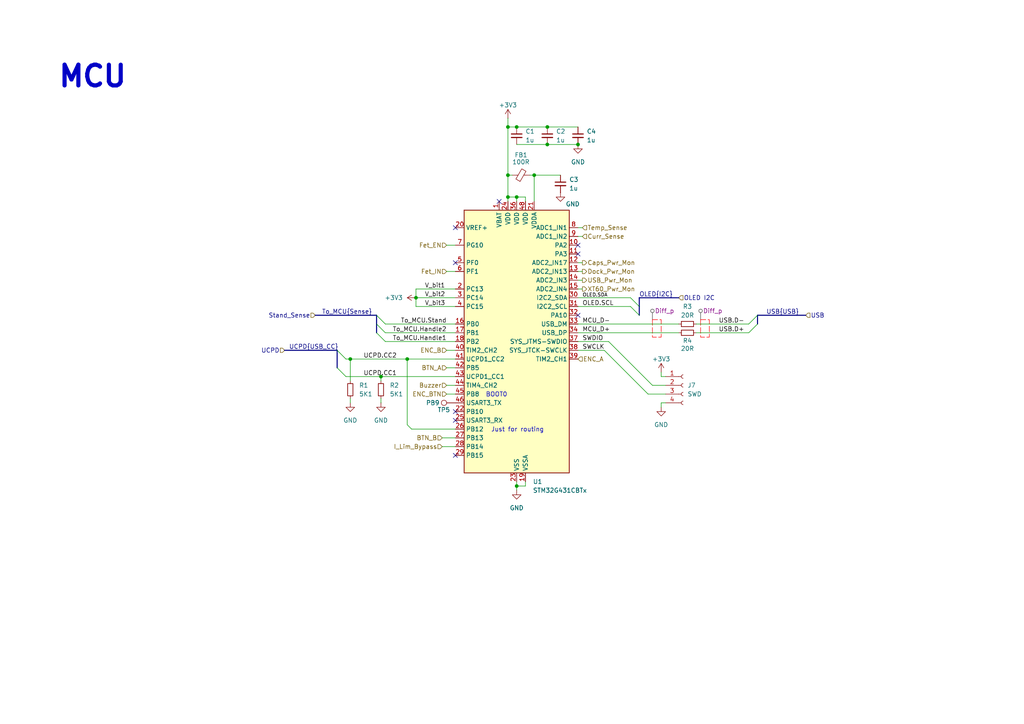
<source format=kicad_sch>
(kicad_sch (version 20250114) (generator "eeschema") (generator_version "9.0")
  (paper "A4")
  (lib_symbols
    (symbol "Connector:Conn_01x04_Socket" (pin_names (offset 1.016) (hide yes))
      (property "Reference" "J" (at 0 5.08 0))
      (property "Value" "Conn_01x04_Socket" (at 0 -7.62 0))
      (symbol "Conn_01x04_Socket_1_1"
        (polyline (pts (xy -1.27 2.54) (xy -0.508 2.54)) (stroke (width 0.1524)))
        (polyline (pts (xy -1.27 0) (xy -0.508 0)) (stroke (width 0.1524)))
        (polyline (pts (xy -1.27 -2.54) (xy -0.508 -2.54)) (stroke (width 0.1524)))
        (polyline (pts (xy -1.27 -5.08) (xy -0.508 -5.08)) (stroke (width 0.1524)))
        (arc (start 0 2.032) (mid -0.5058 2.54) (end 0 3.048) (stroke (width 0.1524)))
        (arc (start 0 -0.508) (mid -0.5058 0) (end 0 0.508) (stroke (width 0.1524)))
        (arc (start 0 -3.048) (mid -0.5058 -2.54) (end 0 -2.032) (stroke (width 0.1524)))
        (arc (start 0 -5.588) (mid -0.5058 -5.08) (end 0 -4.572) (stroke (width 0.1524)))
        (pin passive line (at -5.08 2.54 0) (length 3.81) (name "Pin_1") (number "1"))
        (pin passive line (at -5.08 0 0) (length 3.81) (name "Pin_2") (number "2"))
        (pin passive line (at -5.08 -2.54 0) (length 3.81) (name "Pin_3") (number "3"))
        (pin passive line (at -5.08 -5.08 0) (length 3.81) (name "Pin_4") (number "4"))
      )
    )
    (symbol "Connector:TestPoint" (pin_numbers (hide yes)) (pin_names (offset 0.762) (hide yes))
      (property "Reference" "TP" (at 0 6.858 0))
      (property "Value" "TestPoint" (at 0 5.08 0))
      (symbol "TestPoint_0_1"
        (circle (center 0 3.302) (radius 0.762))
      )
      (symbol "TestPoint_1_1"
        (pin passive line (at 0 0 90) (length 2.54) (name "1") (number "1"))
      )
    )
    (symbol "Device:C_Small" (pin_numbers (hide yes)) (pin_names (offset 0.254) (hide yes))
      (property "Reference" "C" (at 0.254 1.778 0))
      (property "Value" "C_Small" (at 0.254 -2.032 0))
      (symbol "C_Small_0_1"
        (polyline (pts (xy -1.524 0.508) (xy 1.524 0.508)) (stroke (width 0.3048)))
        (polyline (pts (xy -1.524 -0.508) (xy 1.524 -0.508)) (stroke (width 0.3302)))
      )
      (symbol "C_Small_1_1"
        (pin passive line (at 0 2.54 270) (length 2.032) (name "~") (number "1"))
        (pin passive line (at 0 -2.54 90) (length 2.032) (name "~") (number "2"))
      )
    )
    (symbol "Device:FerriteBead_Small" (pin_numbers (hide yes)) (pin_names (offset 0))
      (property "Reference" "FB" (at 1.905 1.27 0))
      (property "Value" "FerriteBead_Small" (at 1.905 -1.27 0))
      (symbol "FerriteBead_Small_0_1"
        (polyline (pts (xy -1.8288 0.2794) (xy -1.1176 1.4986) (xy 1.8288 -0.2032) (xy 1.1176 -1.4224) (xy -1.8288 0.2794)))
        (polyline (pts (xy 0 0.889) (xy 0 1.2954)))
        (polyline (pts (xy 0 -1.27) (xy 0 -0.7874)))
      )
      (symbol "FerriteBead_Small_1_1"
        (pin passive line (at 0 2.54 270) (length 1.27) (name "~") (number "1"))
        (pin passive line (at 0 -2.54 90) (length 1.27) (name "~") (number "2"))
      )
    )
    (symbol "Device:R_Small" (pin_numbers (hide yes)) (pin_names (offset 0.254) (hide yes))
      (property "Reference" "R" (at 0.762 0.508 0))
      (property "Value" "R_Small" (at 0.762 -1.016 0))
      (symbol "R_Small_0_1"
        (rectangle (start -0.762 1.778) (end 0.762 -1.778) (stroke (width 0.2032)))
      )
      (symbol "R_Small_1_1"
        (pin passive line (at 0 2.54 270) (length 0.762) (name "~") (number "1"))
        (pin passive line (at 0 -2.54 90) (length 0.762) (name "~") (number "2"))
      )
    )
    (symbol "MCU_ST_STM32G4:STM32G431CBTx"
      (property "Reference" "U" (at -15.24 39.37 0))
      (property "Value" "STM32G431CBTx" (at 7.62 39.37 0))
      (symbol "STM32G431CBTx_0_1"
        (rectangle (start -15.24 -38.1) (end 15.24 38.1) (stroke (width 0.254)) (fill (type background)))
      )
      (symbol "STM32G431CBTx_1_1"
        (pin input line (at -17.78 33.02 0) (length 2.54) (name "VREF+") (number "20"))
        (pin bidirectional line (at -17.78 27.94 0) (length 2.54) (name "PG10") (number "7"))
        (pin bidirectional line (at -17.78 22.86 0) (length 2.54) (name "PF0") (number "5") (alternate "I2C2_SDA" bidirectional line))
        (pin bidirectional line (at -17.78 20.32 0) (length 2.54) (name "PF1") (number "6"))
        (pin bidirectional line (at -17.78 15.24 0) (length 2.54) (name "PC13") (number "2"))
        (pin bidirectional line (at -17.78 12.7 0) (length 2.54) (name "PC14") (number "3"))
        (pin bidirectional line (at -17.78 10.16 0) (length 2.54) (name "PC15") (number "4"))
        (pin bidirectional line (at -17.78 5.08 0) (length 2.54) (name "PB0") (number "16"))
        (pin bidirectional line (at -17.78 2.54 0) (length 2.54) (name "PB1") (number "17"))
        (pin bidirectional line (at -17.78 0 0) (length 2.54) (name "PB2") (number "18"))
        (pin bidirectional line (at -17.78 -2.54 0) (length 2.54) (name "PB3") (number "40") (alternate "TIM2_CH2" bidirectional line))
        (pin bidirectional line (at -17.78 -5.08 0) (length 2.54) (name "PB4") (number "41") (alternate "UCPD1_CC2" bidirectional line))
        (pin bidirectional line (at -17.78 -7.62 0) (length 2.54) (name "PB5") (number "42"))
        (pin bidirectional line (at -17.78 -10.16 0) (length 2.54) (name "PB6") (number "43") (alternate "UCPD1_CC1" bidirectional line))
        (pin bidirectional line (at -17.78 -12.7 0) (length 2.54) (name "PB7") (number "44") (alternate "TIM4_CH2" bidirectional line))
        (pin bidirectional line (at -17.78 -15.24 0) (length 2.54) (name "PB8") (number "45") (alternate "USART3_RX" bidirectional line))
        (pin bidirectional line (at -17.78 -17.78 0) (length 2.54) (name "PB9") (number "46") (alternate "USART3_TX" bidirectional line))
        (pin bidirectional line (at -17.78 -20.32 0) (length 2.54) (name "PB10") (number "22") (alternate "USART3_TX" bidirectional line))
        (pin bidirectional line (at -17.78 -22.86 0) (length 2.54) (name "PB11") (number "25") (alternate "USART3_RX" bidirectional line))
        (pin bidirectional line (at -17.78 -25.4 0) (length 2.54) (name "PB12") (number "26"))
        (pin bidirectional line (at -17.78 -27.94 0) (length 2.54) (name "PB13") (number "27"))
        (pin bidirectional line (at -17.78 -30.48 0) (length 2.54) (name "PB14") (number "28"))
        (pin bidirectional line (at -17.78 -33.02 0) (length 2.54) (name "PB15") (number "29"))
        (pin power_in line (at -5.08 40.64 270) (length 2.54) (name "VBAT") (number "1"))
        (pin power_in line (at -2.54 40.64 270) (length 2.54) (name "VDD") (number "24"))
        (pin power_in line (at 0 40.64 270) (length 2.54) (name "VDD") (number "36"))
        (pin power_in line (at 0 -40.64 90) (length 2.54) (name "VSS") (number "23"))
        (pin passive line (at 0 -40.64 90) (length 2.54) (hide yes) (name "VSS") (number "35"))
        (pin passive line (at 0 -40.64 90) (length 2.54) (hide yes) (name "VSS") (number "47"))
        (pin power_in line (at 2.54 40.64 270) (length 2.54) (name "VDD") (number "48"))
        (pin power_in line (at 2.54 -40.64 90) (length 2.54) (name "VSSA") (number "19"))
        (pin power_in line (at 5.08 40.64 270) (length 2.54) (name "VDDA") (number "21"))
        (pin bidirectional line (at 17.78 33.02 180) (length 2.54) (name "PA0") (number "8") (alternate "ADC1_IN1" bidirectional line) (alternate "TIM2_CH1" bidirectional line))
        (pin bidirectional line (at 17.78 30.48 180) (length 2.54) (name "PA1") (number "9") (alternate "ADC1_IN2" bidirectional line) (alternate "TIM2_CH2" bidirectional line))
        (pin bidirectional line (at 17.78 27.94 180) (length 2.54) (name "PA2") (number "10"))
        (pin bidirectional line (at 17.78 25.4 180) (length 2.54) (name "PA3") (number "11"))
        (pin bidirectional line (at 17.78 22.86 180) (length 2.54) (name "PA4") (number "12") (alternate "ADC2_IN17" bidirectional line))
        (pin bidirectional line (at 17.78 20.32 180) (length 2.54) (name "PA5") (number "13") (alternate "ADC2_IN13" bidirectional line) (alternate "TIM2_CH1" bidirectional line))
        (pin bidirectional line (at 17.78 17.78 180) (length 2.54) (name "PA6") (number "14") (alternate "ADC2_IN3" bidirectional line))
        (pin bidirectional line (at 17.78 15.24 180) (length 2.54) (name "PA7") (number "15") (alternate "ADC2_IN4" bidirectional line))
        (pin bidirectional line (at 17.78 12.7 180) (length 2.54) (name "PA8") (number "30") (alternate "I2C2_SDA" bidirectional line))
        (pin bidirectional line (at 17.78 10.16 180) (length 2.54) (name "PA9") (number "31") (alternate "" input line) (alternate "I2C2_SCL" bidirectional line))
        (pin bidirectional line (at 17.78 7.62 180) (length 2.54) (name "PA10") (number "32") (alternate "" input line) (alternate "" input line))
        (pin bidirectional line (at 17.78 5.08 180) (length 2.54) (name "PA11") (number "33") (alternate "USB_DM" bidirectional line))
        (pin bidirectional line (at 17.78 2.54 180) (length 2.54) (name "PA12") (number "34") (alternate "TIM4_CH2" bidirectional line) (alternate "USB_DP" bidirectional line))
        (pin bidirectional line (at 17.78 0 180) (length 2.54) (name "PA13") (number "37") (alternate "SYS_JTMS-SWDIO" bidirectional line))
        (pin bidirectional line (at 17.78 -2.54 180) (length 2.54) (name "PA14") (number "38") (alternate "SYS_JTCK-SWCLK" bidirectional line))
        (pin bidirectional line (at 17.78 -5.08 180) (length 2.54) (name "PA15") (number "39") (alternate "TIM2_CH1" bidirectional line))
      )
    )
    (symbol "power:+3V3" (power) (pin_numbers (hide yes)) (pin_names (offset 0) (hide yes))
      (property "Value" "+3V3" (at 0 3.556 0))
      (symbol "+3V3_0_1"
        (polyline (pts (xy -0.762 1.27) (xy 0 2.54)))
        (polyline (pts (xy 0 2.54) (xy 0.762 1.27)))
        (polyline (pts (xy 0 0) (xy 0 2.54)))
      )
      (symbol "+3V3_1_1"
        (pin power_in line (at 0 0 90) (length 0) (name "~") (number "1"))
      )
    )
    (symbol "power:GND" (power) (pin_numbers (hide yes)) (pin_names (offset 0) (hide yes))
      (property "Value" "GND" (at 0 -3.81 0))
      (symbol "GND_0_1"
        (polyline (pts (xy 0 0) (xy 0 -1.27) (xy 1.27 -1.27) (xy 0 -2.54) (xy -1.27 -1.27) (xy 0 -1.27)))
      )
      (symbol "GND_1_1"
        (pin power_in line (at 0 0 270) (length 0) (name "~") (number "1"))
      )
    )
  )
  (text "BOOT0" (at 144.018 114.554 0) (effects (font (size 1.27 1.27))))
  (text "Just for routing" (at 150.114 124.714 0) (effects (font (size 1.27 1.27))))
  (text "MCU" (at 16.51 18.796 0) (effects (font (size 6 6) (bold yes)) (justify left top)))
  (junction (at 147.32 50.8))
  (junction (at 101.6 104.14))
  (junction (at 158.75 36.83))
  (junction (at 154.94 50.8))
  (junction (at 147.32 57.15))
  (junction (at 149.86 140.97))
  (junction (at 147.32 36.83))
  (junction (at 167.64 41.91))
  (junction (at 149.86 57.15))
  (junction (at 149.86 36.83))
  (junction (at 110.49 109.22))
  (junction (at 120.65 86.36))
  (junction (at 158.75 41.91))
  (junction (at 118.11 104.14))
  (no_connect (at 167.64 73.66))
  (no_connect (at 132.08 121.92))
  (no_connect (at 132.08 76.2))
  (no_connect (at 167.64 71.12))
  (no_connect (at 167.64 91.44))
  (no_connect (at 132.08 119.38))
  (no_connect (at 144.78 58.42))
  (no_connect (at 132.08 66.04))
  (no_connect (at 132.08 132.08))
  (bus_entry (at 109.22 96.52) (size 2.54 2.54))
  (bus_entry (at 97.79 106.68) (size 2.54 2.54))
  (bus_entry (at 109.22 91.44) (size 2.54 2.54))
  (bus_entry (at 219.71 91.44) (size -2.54 2.54))
  (bus_entry (at 185.42 88.9) (size -2.54 -2.54))
  (bus_entry (at 219.71 93.98) (size -2.54 2.54))
  (bus_entry (at 97.79 101.6) (size 2.54 2.54))
  (bus_entry (at 185.42 91.44) (size -2.54 -2.54))
  (bus_entry (at 109.22 93.98) (size 2.54 2.54))
  (wire (pts (xy 158.75 41.91) (xy 149.86 41.91)))
  (bus (pts (xy 109.22 91.44) (xy 109.22 93.98)))
  (wire (pts (xy 132.08 99.06) (xy 111.76 99.06)))
  (wire (pts (xy 110.49 115.57) (xy 110.49 116.84)))
  (wire (pts (xy 129.54 106.68) (xy 132.08 106.68)))
  (wire (pts (xy 129.54 111.76) (xy 132.08 111.76)))
  (wire (pts (xy 147.32 50.8) (xy 147.32 57.15)))
  (wire (pts (xy 147.32 57.15) (xy 147.32 58.42)))
  (wire (pts (xy 168.91 66.04) (xy 167.64 66.04)))
  (wire (pts (xy 168.91 76.2) (xy 167.64 76.2)))
  (wire (pts (xy 167.64 86.36) (xy 182.88 86.36)))
  (wire (pts (xy 168.91 68.58) (xy 167.64 68.58)))
  (wire (pts (xy 147.32 50.8) (xy 148.59 50.8)))
  (wire (pts (xy 167.64 41.91) (xy 158.75 41.91)))
  (wire (pts (xy 167.64 99.06) (xy 176.53 99.06)))
  (wire (pts (xy 147.32 57.15) (xy 149.86 57.15)))
  (bus (pts (xy 91.44 91.44) (xy 109.22 91.44)))
  (wire (pts (xy 168.91 78.74) (xy 167.64 78.74)))
  (wire (pts (xy 128.27 127) (xy 132.08 127)))
  (wire (pts (xy 168.91 81.28) (xy 167.64 81.28)))
  (bus (pts (xy 185.42 88.9) (xy 185.42 91.44)))
  (wire (pts (xy 110.49 109.22) (xy 110.49 110.49)))
  (wire (pts (xy 149.86 57.15) (xy 149.86 58.42)))
  (wire (pts (xy 152.4 57.15) (xy 152.4 58.42)))
  (wire (pts (xy 118.11 123.19) (xy 119.38 124.46)))
  (wire (pts (xy 149.86 57.15) (xy 152.4 57.15)))
  (wire (pts (xy 189.23 111.76) (xy 193.04 111.76)))
  (wire (pts (xy 119.38 124.46) (xy 132.08 124.46)))
  (wire (pts (xy 167.64 88.9) (xy 182.88 88.9)))
  (wire (pts (xy 120.65 88.9) (xy 132.08 88.9)))
  (wire (pts (xy 152.4 139.7) (xy 152.4 140.97)))
  (wire (pts (xy 101.6 104.14) (xy 118.11 104.14)))
  (wire (pts (xy 129.54 78.74) (xy 132.08 78.74)))
  (wire (pts (xy 154.94 50.8) (xy 162.56 50.8)))
  (wire (pts (xy 168.91 83.82) (xy 167.64 83.82)))
  (bus (pts (xy 185.42 86.36) (xy 185.42 88.9)))
  (wire (pts (xy 147.32 36.83) (xy 147.32 50.8)))
  (wire (pts (xy 191.77 109.22) (xy 193.04 109.22)))
  (wire (pts (xy 101.6 115.57) (xy 101.6 116.84)))
  (wire (pts (xy 100.33 109.22) (xy 110.49 109.22)))
  (wire (pts (xy 149.86 140.97) (xy 152.4 140.97)))
  (wire (pts (xy 149.86 140.97) (xy 149.86 142.24)))
  (wire (pts (xy 167.64 93.98) (xy 196.85 93.98)))
  (bus (pts (xy 109.22 93.98) (xy 109.22 96.52)))
  (wire (pts (xy 132.08 96.52) (xy 111.76 96.52)))
  (wire (pts (xy 167.64 96.52) (xy 196.85 96.52)))
  (wire (pts (xy 128.27 129.54) (xy 132.08 129.54)))
  (wire (pts (xy 153.67 50.8) (xy 154.94 50.8)))
  (wire (pts (xy 147.32 34.29) (xy 147.32 36.83)))
  (wire (pts (xy 129.54 101.6) (xy 132.08 101.6)))
  (wire (pts (xy 129.54 114.3) (xy 132.08 114.3)))
  (wire (pts (xy 193.04 114.3) (xy 187.96 114.3)))
  (wire (pts (xy 129.54 71.12) (xy 132.08 71.12)))
  (wire (pts (xy 120.65 86.36) (xy 132.08 86.36)))
  (wire (pts (xy 191.77 107.95) (xy 191.77 109.22)))
  (wire (pts (xy 175.26 101.6) (xy 187.96 114.3)))
  (wire (pts (xy 201.93 96.52) (xy 217.17 96.52)))
  (wire (pts (xy 176.53 99.06) (xy 189.23 111.76)))
  (wire (pts (xy 120.65 86.36) (xy 120.65 88.9)))
  (wire (pts (xy 167.64 101.6) (xy 175.26 101.6)))
  (wire (pts (xy 154.94 50.8) (xy 154.94 58.42)))
  (wire (pts (xy 149.86 36.83) (xy 158.75 36.83)))
  (wire (pts (xy 118.11 104.14) (xy 118.11 123.19)))
  (bus (pts (xy 219.71 91.44) (xy 219.71 93.98)))
  (bus (pts (xy 82.55 101.6) (xy 97.79 101.6)))
  (bus (pts (xy 185.42 86.36) (xy 196.85 86.36)))
  (wire (pts (xy 149.86 139.7) (xy 149.86 140.97)))
  (wire (pts (xy 120.65 83.82) (xy 132.08 83.82)))
  (wire (pts (xy 101.6 104.14) (xy 101.6 110.49)))
  (wire (pts (xy 191.77 116.84) (xy 191.77 118.11)))
  (wire (pts (xy 147.32 36.83) (xy 149.86 36.83)))
  (wire (pts (xy 100.33 104.14) (xy 101.6 104.14)))
  (wire (pts (xy 158.75 36.83) (xy 167.64 36.83)))
  (bus (pts (xy 219.71 91.44) (xy 233.68 91.44)))
  (wire (pts (xy 120.65 83.82) (xy 120.65 86.36)))
  (bus (pts (xy 97.79 101.6) (xy 97.79 106.68)))
  (wire (pts (xy 201.93 93.98) (xy 217.17 93.98)))
  (wire (pts (xy 132.08 93.98) (xy 111.76 93.98)))
  (wire (pts (xy 110.49 109.22) (xy 132.08 109.22)))
  (wire (pts (xy 118.11 104.14) (xy 132.08 104.14)))
  (wire (pts (xy 191.77 116.84) (xy 193.04 116.84)))
  (label "SWDIO" (at 168.91 99.06 0))
  (label "OLED{I2C}" (at 185.42 86.36 0))
  (label "To_MCU.Handle2" (at 129.54 96.52 180))
  (label "V_bit2" (at 123.1868 86.36 0))
  (label "To_MCU.Handle1" (at 129.54 99.06 180))
  (label "USB.D+" (at 215.9 96.52 180))
  (label "To_MCU{Sense}" (at 107.95 91.44 180))
  (label "UCPD{USB_CC}" (at 83.82 101.6 0))
  (label "USB.D-" (at 215.9 93.98 180))
  (label "UCPD.CC1" (at 105.41 109.22 0))
  (label "USB{USB}" (at 222.25 91.44 0))
  (label "OLED.SDA" (at 168.91 86.36 0) (effects (font (size 1.016 1.016))))
  (label "OLED.SCL" (at 168.91 88.9 0))
  (label "V_bit3" (at 123.19 88.9 0))
  (label "MCU_D+" (at 168.91 96.52 0))
  (label "MCU_D-" (at 168.91 93.98 0))
  (label "SWCLK" (at 168.91 101.6 0))
  (label "UCPD.CC2" (at 105.41 104.14 0))
  (label "To_MCU.Stand" (at 129.54 93.98 180))
  (label "V_bit1" (at 123.19 83.82 0))
  (hierarchical_label "XT60_Pwr_Mon" (shape output) (at 168.91 83.82 0))
  (hierarchical_label "BTN_A" (shape input) (at 129.54 106.68 180))
  (hierarchical_label "I_Lim_Bypass" (shape input) (at 128.27 129.54 180))
  (hierarchical_label "USB_Pwr_Mon" (shape output) (at 168.91 81.28 0))
  (hierarchical_label "USB" (shape input) (at 233.68 91.44 0))
  (hierarchical_label "Fet_IN" (shape input) (at 129.54 78.74 180))
  (hierarchical_label "OLED I2C" (shape input) (at 196.85 86.36 0))
  (hierarchical_label "UCPD" (shape input) (at 82.55 101.6 180))
  (hierarchical_label "Caps_Pwr_Mon" (shape output) (at 168.91 76.2 0))
  (hierarchical_label "ENC_BTN" (shape input) (at 129.54 114.3 180))
  (hierarchical_label "BTN_B" (shape input) (at 128.27 127 180))
  (hierarchical_label "Curr_Sense" (shape input) (at 168.91 68.58 0))
  (hierarchical_label "ENC_B" (shape input) (at 129.54 101.6 180))
  (hierarchical_label "Dock_Pwr_Mon" (shape output) (at 168.91 78.74 0))
  (hierarchical_label "ENC_A" (shape input) (at 167.64 104.14 0))
  (hierarchical_label "Buzzer" (shape input) (at 129.54 111.76 180))
  (hierarchical_label "Temp_Sense" (shape input) (at 168.91 66.04 0))
  (hierarchical_label "Stand_Sense" (shape input) (at 91.44 91.44 180))
  (hierarchical_label "Fet_EN" (shape input) (at 129.54 71.12 180))
  (rule_area (polyline (pts (xy 189.23 92.71) (xy 189.23 97.79) (xy 191.77 97.79) (xy 191.77 92.71)) (stroke (width 0) (type dash))))
  (rule_area (polyline (pts (xy 203.2 92.71) (xy 203.2 97.79) (xy 205.74 97.79) (xy 205.74 92.71)) (stroke (width 0) (type dash))))
  (netclass_flag "" (length 2.54) (shape round) (at 189.23 92.71 0) (property "Netclass" "Diff_p" (at 189.9285 90.17 0) (effects (justify left))))
  (netclass_flag "" (length 2.54) (shape round) (at 203.2 92.71 0) (property "Netclass" "Diff_p" (at 203.8985 90.17 0) (effects (justify left))))
  (symbol (lib_id "Connector:TestPoint") (at 132.08 116.84 90) (unit 1) (in_bom no)
    (property "Reference" "TP5" (at 130.556 118.872 90) (effects (justify left)))
    (property "Value" "PB9" (at 127.508 116.84 90) (effects (justify left)))
    (property "Footprint" "TestPoint:TestPoint_Pad_D1.0mm" (effects (hide yes)))
    (property "Description" "test point" (effects (hide yes)))
  )
  (symbol (lib_id "Connector:Conn_01x04_Socket") (at 198.12 111.76 0) (unit 1)
    (property "Reference" "J7" (at 199.39 111.7599 0) (effects (justify left)))
    (property "Value" "SWD" (at 199.39 114.2999 0) (effects (justify left)))
    (property "Footprint" "Connector_PinHeader_2.54mm:PinHeader_1x04_P2.54mm_Vertical" (effects (hide yes)))
    (property "Description" "Generic connector, single row, 01x04, script generated" (effects (hide yes)))
    (property "LCSC" "C2691448" (effects (hide yes)))
  )
  (symbol (lib_id "power:+3V3") (at 147.32 34.29 0) (unit 1)
    (property "Reference" "#PWR08" (effects (hide yes)))
    (property "Value" "+3V3" (at 147.32 30.48 0))
    (property "Description" "Power symbol creates a global label with name \"+3V3\"" (effects (hide yes)))
  )
  (symbol (lib_id "power:GND") (at 162.56 55.88 0) (unit 1)
    (property "Reference" "#PWR010" (effects (hide yes)))
    (property "Value" "GND" (at 166.116 59.182 0))
    (property "Description" "Power symbol creates a global label with name \"GND\" , ground" (effects (hide yes)))
  )
  (symbol (lib_id "Device:R_Small") (at 110.49 113.03 180) (unit 1)
    (property "Reference" "R2" (at 113.03 111.7599 0) (effects (justify right)))
    (property "Value" "5K1" (at 113.03 114.2999 0) (effects (justify right)))
    (property "Footprint" "Resistor_SMD:R_0603_1608Metric" (effects (hide yes)))
    (property "Description" "Resistor, small symbol" (effects (hide yes)))
    (property "LCSC" "C105580" (effects (hide yes)))
  )
  (symbol (lib_id "Device:R_Small") (at 199.39 96.52 90) (unit 1)
    (property "Reference" "R4" (at 199.39 98.806 90))
    (property "Value" "20R" (at 199.39 101.092 90))
    (property "Footprint" "Resistor_SMD:R_0603_1608Metric" (effects (hide yes)))
    (property "Description" "Resistor, small symbol" (effects (hide yes)))
    (property "LCSC" "C125758" (effects (hide yes)))
  )
  (symbol (lib_id "power:GND") (at 191.77 118.11 0) (unit 1)
    (property "Reference" "#PWR093" (effects (hide yes)))
    (property "Value" "GND" (at 191.77 123.19 0))
    (property "Description" "Power symbol creates a global label with name \"GND\" , ground" (effects (hide yes)))
  )
  (symbol (lib_id "power:GND") (at 149.86 142.24 0) (unit 1)
    (property "Reference" "#PWR09" (effects (hide yes)))
    (property "Value" "GND" (at 149.86 147.32 0))
    (property "Description" "Power symbol creates a global label with name \"GND\" , ground" (effects (hide yes)))
  )
  (symbol (lib_id "Device:C_Small") (at 162.56 53.34 0) (unit 1)
    (property "Reference" "C3" (at 165.1 52.0762 0) (effects (justify left)))
    (property "Value" "1u" (at 165.1 54.6162 0) (effects (justify left)))
    (property "Footprint" "Capacitor_SMD:C_0603_1608Metric" (effects (hide yes)))
    (property "Description" "Unpolarized capacitor, small symbol" (effects (hide yes)))
    (property "LCSC" "C15849" (effects (hide yes)))
  )
  (symbol (lib_id "power:GND") (at 101.6 116.84 0) (unit 1)
    (property "Reference" "#PWR05" (effects (hide yes)))
    (property "Value" "GND" (at 101.6 121.92 0))
    (property "Description" "Power symbol creates a global label with name \"GND\" , ground" (effects (hide yes)))
  )
  (symbol (lib_id "Device:C_Small") (at 149.86 39.37 0) (unit 1)
    (property "Reference" "C1" (at 152.4 38.1062 0) (effects (justify left)))
    (property "Value" "1u" (at 152.4 40.6462 0) (effects (justify left)))
    (property "Footprint" "Capacitor_SMD:C_0603_1608Metric" (effects (hide yes)))
    (property "Description" "Unpolarized capacitor, small symbol" (effects (hide yes)))
    (property "LCSC" "C15849" (effects (hide yes)))
  )
  (symbol (lib_id "Device:FerriteBead_Small") (at 151.13 50.8 90) (unit 1)
    (property "Reference" "FB1" (at 151.13 44.958 90))
    (property "Value" "100R" (at 151.0919 46.99 90))
    (property "Footprint" "Resistor_SMD:R_0603_1608Metric" (effects (hide yes)))
    (property "Description" "Ferrite bead, small symbol" (effects (hide yes)))
    (property "LCSC" "C107332" (effects (hide yes)))
  )
  (symbol (lib_id "Device:C_Small") (at 158.75 39.37 0) (unit 1)
    (property "Reference" "C2" (at 161.29 38.1062 0) (effects (justify left)))
    (property "Value" "1u" (at 161.29 40.6462 0) (effects (justify left)))
    (property "Footprint" "Capacitor_SMD:C_0603_1608Metric" (effects (hide yes)))
    (property "Description" "Unpolarized capacitor, small symbol" (effects (hide yes)))
    (property "LCSC" "C15849" (effects (hide yes)))
  )
  (symbol (lib_id "power:GND") (at 110.49 116.84 0) (unit 1)
    (property "Reference" "#PWR06" (effects (hide yes)))
    (property "Value" "GND" (at 110.49 121.92 0))
    (property "Description" "Power symbol creates a global label with name \"GND\" , ground" (effects (hide yes)))
  )
  (symbol (lib_id "MCU_ST_STM32G4:STM32G431CBTx") (at 149.86 99.06 0) (unit 1)
    (property "Reference" "U1" (at 154.5433 139.7 0) (effects (justify left)))
    (property "Value" "STM32G431CBTx" (at 154.5433 142.24 0) (effects (justify left)))
    (property "Footprint" "Package_QFP:LQFP-48_7x7mm_P0.5mm" (effects (hide yes)))
    (property "Datasheet" "https://www.st.com/resource/en/datasheet/stm32g431cb.pdf" (effects (hide yes)))
    (property "Description" "STMicroelectronics Arm Cortex-M4 MCU, 128KB flash, 32KB RAM, 170 MHz, 1.71-3.6V, 38 GPIO, LQFP48" (effects (hide yes)))
    (property "LCSC" "C529355" (effects (hide yes)))
    (pin "40" (alternate "TIM2_CH2"))
    (pin "41" (alternate "UCPD1_CC2"))
    (pin "43" (alternate "UCPD1_CC1"))
    (pin "46" (alternate "USART3_TX"))
    (pin "25" (alternate "USART3_RX"))
    (pin "44" (alternate "TIM4_CH2"))
    (pin "12" (alternate "ADC2_IN17"))
    (pin "34" (alternate "USB_DP"))
    (pin "31" (alternate "I2C2_SCL"))
    (pin "30" (alternate "I2C2_SDA"))
    (pin "32" (alternate "PA10"))
    (pin "33" (alternate "USB_DM"))
    (pin "8" (alternate "ADC1_IN1"))
    (pin "15" (alternate "ADC2_IN4"))
    (pin "9" (alternate "ADC1_IN2"))
    (pin "37" (alternate "SYS_JTMS-SWDIO"))
    (pin "38" (alternate "SYS_JTCK-SWCLK"))
    (pin "14" (alternate "ADC2_IN3"))
    (pin "39" (alternate "TIM2_CH1"))
    (pin "13" (alternate "ADC2_IN13"))
  )
  (symbol (lib_id "Device:R_Small") (at 199.39 93.98 90) (unit 1)
    (property "Reference" "R3" (at 199.39 88.9 90))
    (property "Value" "20R" (at 199.39 91.44 90))
    (property "Footprint" "Resistor_SMD:R_0603_1608Metric" (effects (hide yes)))
    (property "Description" "Resistor, small symbol" (effects (hide yes)))
    (property "LCSC" "C125758" (effects (hide yes)))
  )
  (symbol (lib_id "power:+3V3") (at 120.65 86.36 90) (unit 1)
    (property "Reference" "#PWR07" (effects (hide yes)))
    (property "Value" "+3V3" (at 116.84 86.3599 90) (effects (justify left)))
    (property "Description" "Power symbol creates a global label with name \"+3V3\"" (effects (hide yes)))
  )
  (symbol (lib_id "power:GND") (at 167.64 41.91 0) (unit 1)
    (property "Reference" "#PWR011" (effects (hide yes)))
    (property "Value" "GND" (at 167.64 46.99 0))
    (property "Description" "Power symbol creates a global label with name \"GND\" , ground" (effects (hide yes)))
  )
  (symbol (lib_id "Device:C_Small") (at 167.64 39.37 0) (unit 1)
    (property "Reference" "C4" (at 170.18 38.1062 0) (effects (justify left)))
    (property "Value" "1u" (at 170.18 40.6462 0) (effects (justify left)))
    (property "Footprint" "Capacitor_SMD:C_0603_1608Metric" (effects (hide yes)))
    (property "Description" "Unpolarized capacitor, small symbol" (effects (hide yes)))
    (property "LCSC" "C15849" (effects (hide yes)))
  )
  (symbol (lib_id "power:+3V3") (at 191.77 107.95 0) (unit 1)
    (property "Reference" "#PWR094" (effects (hide yes)))
    (property "Value" "+3V3" (at 191.77 104.14 0))
    (property "Description" "Power symbol creates a global label with name \"+3V3\"" (effects (hide yes)))
  )
  (symbol (lib_id "Device:R_Small") (at 101.6 113.03 180) (unit 1)
    (property "Reference" "R1" (at 104.14 111.7599 0) (effects (justify right)))
    (property "Value" "5K1" (at 104.14 114.2999 0) (effects (justify right)))
    (property "Footprint" "Resistor_SMD:R_0603_1608Metric" (effects (hide yes)))
    (property "Description" "Resistor, small symbol" (effects (hide yes)))
    (property "LCSC" "C105580" (effects (hide yes)))
  )
)
</source>
